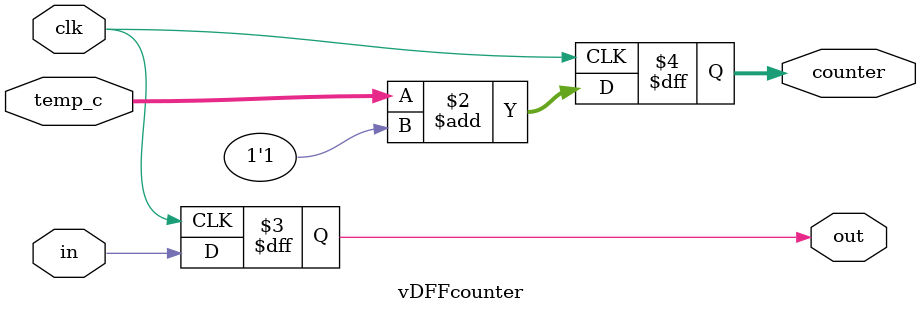
<source format=v>
module lab3_top(SW,KEY,HEX0,HEX1,HEX2,HEX3,HEX4,HEX5,LEDR);
input [9:0] SW;
input [3:0] KEY;
output reg [6:0] HEX0, HEX1, HEX2, HEX3, HEX4, HEX5;
output [9:0] LEDR; // optional: use these outputs for debugging on your DE1-SoC

wire [3:0] counter;
reg [6:0] temp;
reg [3:0] temp_c;
reg [3:0] next_states;
wire [3:0] states;

`define CLOSED {7'b1001110,7'b0001110,7'b1111110,7'b1011011,7'b1001111,7'b0111101}
`define OPEN {7'b0000000,7'b0000000,7'b1111110,7'b1000111,7'b1001111,7'b0011101}
`define ERROR {7'b0000000,7'b1001111,7'b0000101,7'b0000101,7'b1111110,7'b0000101}
`define START {6{7'b0000000}}

`define eight 4'b1000
`define three 4'b0011
`define four 4'b0100
`define seven 4'b0111

`define start 4'b0000
`define num1_t 4'b0001
`define num2_t 4'b0010
`define num3_t 4'b0011
`define num4_t 4'b0100
`define num5_t 4'b0101
`define correct 4'b0110
`define wrong 4'b1000
`define closed 4'b1101
`define error 4'b1110

vDFFcounter #(4) STATE(~KEY[3],next_states,states,temp_c,counter);  //instantiate DFF with counter

always @(*)  begin
  temp_c = counter;
  if (KEY[0] == 1'b0) begin
      next_states = `start;                          
	   temp_c = 4'b0000; 			//reset the counter
	end
  else begin
	case(SW[3:0])
	`eight: begin                 //when 8 is entered
	   case(states)
		 `start: next_states = `num1_t;
		 `num1_t:next_states = `num2_t;

		 `error: next_states = `error;    //while in error, ignore any inputs
		default: next_states = `wrong;
            endcase
	    temp = 7'b1111111;
	end

	`three: begin                 //when 3 is entered
	    case(states)
		 `num2_t: next_states = `num3_t;
		 `num3_t: next_states = `num4_t;
		 `error:  next_states = `error; 
		 default: next_states = `wrong;
	    endcase
	    temp = 7'b1111001;
	end

	`four: begin
	    case(states)
		 `num4_t: next_states = `num5_t;
		 `error:  next_states = `error;
		 default: next_states = `wrong;
	    endcase
	    temp = 7'b0110011;
	end

	`seven: begin
	    case(states)
		 `num5_t: next_states = `correct;
		 `error:  next_states = `error;
		 default: next_states = `wrong;
	    endcase
	    temp = 7'b1110000;
	end

	4'b0000: {next_states,temp} = {`wrong,7'b1111110};    //other numbers
	4'b0001: {next_states,temp} = {`wrong,7'b0110000};
	4'b0010: {next_states,temp} = {`wrong,7'b1101101};
	4'b0101: {next_states,temp}= {`wrong,7'b1011011};
	4'b0110: {next_states,temp}= {`wrong,7'b1011111};
	4'b1001: {next_states,temp} = {`wrong,7'b1111011};

  	default: next_states = `error;                       //if no number between 0-9, set next state to be error
  	endcase

	if (next_states == `wrong && counter == 4'b0110)
	  next_states = `closed;
  end
  if (states == `correct)                                //outputs
   {HEX5,HEX4,HEX3,HEX2,HEX1,HEX0} = `OPEN;
  else if(states == `closed)
  {HEX5,HEX4,HEX3,HEX2,HEX1,HEX0} = `CLOSED;
  else if(states == `error)
  {HEX5,HEX4,HEX3,HEX2,HEX1,HEX0} = `ERROR;
  else if(states == `start)
  {HEX5,HEX4,HEX3,HEX2,HEX1,HEX0} = `START;
  else
	HEX0 = temp;                                  //show the number being entered
end
endmodule


module vDFFcounter(clk,in,out,temp_c,counter);
  parameter n = 1;
  input clk;
  input [n-1:0]in;
  output [n-1:0] out ;
  reg [n-1:0] out ;
  
  input [3:0] temp_c;
  output [3:0] counter;
  reg [3:0]counter;
  always@(posedge clk) begin
    out = in;
    counter = temp_c+1'b1;

  end
endmodule 



</source>
